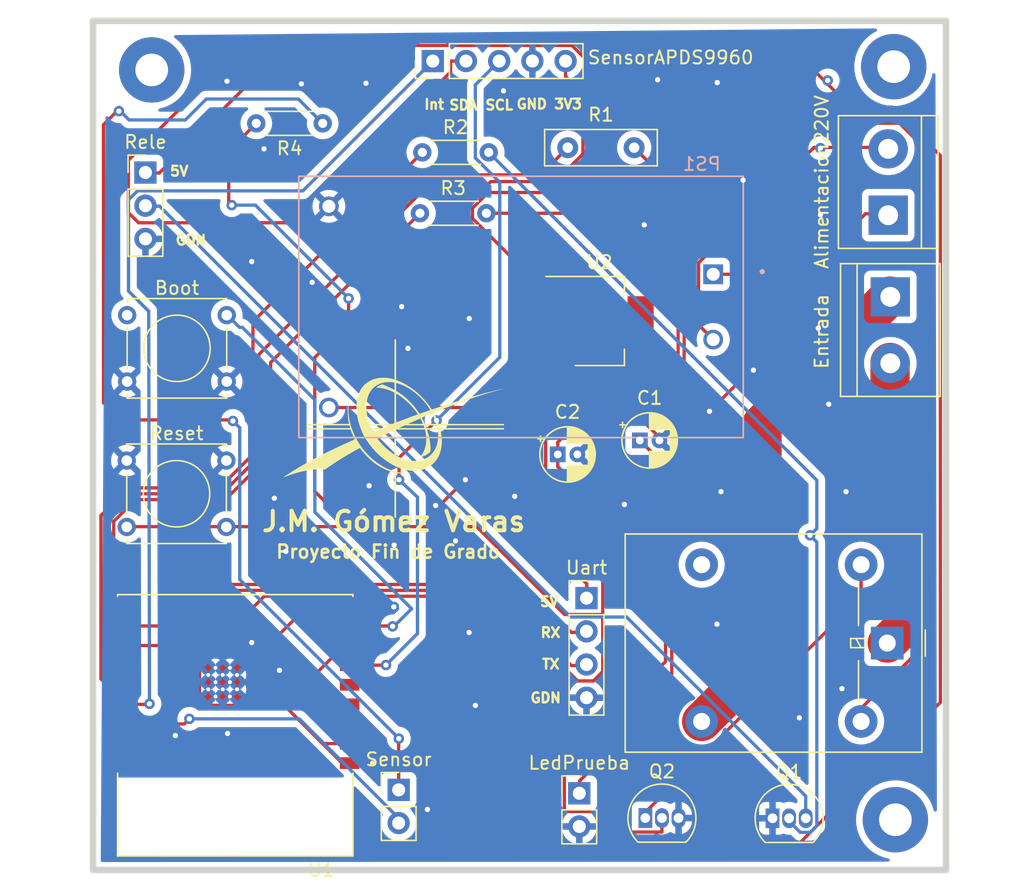
<source format=kicad_pcb>
(kicad_pcb (version 20221018) (generator pcbnew)
  (layers (0 "F.Cu" signal) (31 "B.Cu" signal) (34 "B.Paste" user) (35 "F.Paste" user) (36 "B.SilkS" user "B.Silkscreen") (37 "F.SilkS" user "F.Silkscreen") (38 "B.Mask" user) (39 "F.Mask" user) (44 "Edge.Cuts" user))
  (net 0 "")
  (net 1 "+5V")
  (net 2 "GND")
  (net 3 "AC")
  (net 4 "Earth")
  (net 5 "+3V3")
  (net 7 "ReD")
  (net 8 "SCL")
  (net 9 "SDA")
  (net 10 "INT")
  (net 11 "Net-(Entrada1-Pin_1)")
  (net 12 "Net-(Entrada1-Pin_2)")
  (net 13 "Net-(LedPrueba1-Pin_1)")
  (net 14 "E")
  (net 15 "Net-(Q1-B)")
  (net 16 "rele")
  (net 18 "Net-(Q2-C)")
  (net 19 "boot")
  (net 20 "Net-(Q2-B)")
  (net 21 "LP")
  (net 24 "Net-(U1-RXD)")
  (net 25 "Net-(U1-TXD)")
  (net 26 "Net-(Sensor1-Pin_1)")
  (net 29 "sen")
  (net 30 "Net-(Reset1-Pin_4)")
  (footprint "Connector_PinHeader_2.54mm:PinHeader_1x03_P2.54mm_Vertical" (layer "F.Cu") (at 178.76 96.61)
    (fp_text reference "Rele" (at 0 -2.33) (layer "F.SilkS"))
    (fp_text value "Conn_01x03")
    (pad "1" thru_hole rect (at 0 0) (size 1.7 1.7) (drill 1) (layers "*.Cu" "*.Mask") (net 1 "+5V"))
    (pad "2" thru_hole oval (at 0 2.54) (size 1.7 1.7) (drill 1) (layers "*.Cu" "*.Mask") (net 14 "E"))
    (pad "3" thru_hole oval (at 0 5.08) (size 1.7 1.7) (drill 1) (layers "*.Cu" "*.Mask") (net 2 "GND"))
  )
  (footprint "MountingHole:MountingHole_2.5mm_Pad" (layer "F.Cu") (at 179.24 88.76)
    (fp_text reference "REF3" hide)
    (fp_text value "MountingHole_2.5mm_Pad")
    (pad "1" thru_hole circle (at 0 0) (size 5 5) (drill 2.5) (layers "*.Cu" "*.Mask"))
  )
  (footprint "Package_TO_SOT_THT:TO-92_Inline" (layer "F.Cu") (at 217 146.02)
    (fp_text reference "Q2" (at 1.27 -3.56) (layer "F.SilkS"))
    (fp_text value "NPN")
    (pad "1" thru_hole rect (at 0 0) (size 1.05 1.5) (drill 0.75) (layers "*.Cu" "*.Mask") (net 18 "Net-(Q2-C)"))
    (pad "2" thru_hole oval (at 1.27 0) (size 1.05 1.5) (drill 0.75) (layers "*.Cu" "*.Mask") (net 20 "Net-(Q2-B)"))
    (pad "3" thru_hole oval (at 2.54 0) (size 1.05 1.5) (drill 0.75) (layers "*.Cu" "*.Mask") (net 2 "GND"))
  )
  (footprint "Resistor_THT:R_Axial_DIN0204_L3.6mm_D1.6mm_P5.08mm_Horizontal" (layer "F.Cu") (at 192.32 92.85 180)
    (fp_text reference "R4" (at 2.54 -1.92) (layer "F.SilkS"))
    (fp_text value "R_Small_US")
    (pad "1" thru_hole circle (at 0 0 180) (size 1.4 1.4) (drill 0.7) (layers "*.Cu" "*.Mask") (net 26 "Net-(Sensor1-Pin_1)"))
    (pad "2" thru_hole oval (at 5.08 0 180) (size 1.4 1.4) (drill 0.7) (layers "*.Cu" "*.Mask") (net 5 "+3V3"))
  )
  (footprint "Package_TO_SOT_SMD:SOT-223" (layer "F.Cu") (at 213.49 107.98)
    (fp_text reference "U2" (at 0 -4.5) (layer "F.SilkS"))
    (fp_text value "AZ1117-3.3")
    (pad "1" smd rect (at -3.15 -2.3) (size 2 1.5) (layers "F.Cu" "F.Paste" "F.Mask") (net 2 "GND"))
    (pad "2" smd rect (at -3.15 0) (size 2 1.5) (layers "F.Cu" "F.Paste" "F.Mask") (net 5 "+3V3"))
    (pad "3" smd rect (at -3.15 2.3) (size 2 1.5) (layers "F.Cu" "F.Paste" "F.Mask") (net 1 "+5V"))
    (pad "4" smd rect (at 3.15 0) (size 2 3.8) (layers "F.Cu" "F.Paste" "F.Mask"))
  )
  (footprint "Button_Switch_THT:SW_Tactile_Straight_KSL0Axx1LFTR" (layer "F.Cu") (at 177.33 118.66)
    (fp_text reference "Reset" (at 3.81 -2.08) (layer "F.SilkS"))
    (fp_text value "boton")
    (pad "1" thru_hole circle (at 0 0) (size 1.397 1.397) (drill 0.8128) (layers "*.Cu" "*.Mask") (net 2 "GND"))
    (pad "1" thru_hole circle (at 7.62 0) (size 1.397 1.397) (drill 0.8128) (layers "*.Cu" "*.Mask") (net 2 "GND"))
    (pad "2" thru_hole circle (at 0 5.08) (size 1.397 1.397) (drill 0.8128) (layers "*.Cu" "*.Mask") (net 5 "+3V3"))
    (pad "2" thru_hole circle (at 7.62 5.08) (size 1.397 1.397) (drill 0.8128) (layers "*.Cu" "*.Mask") (net 5 "+3V3"))
  )
  (footprint "Resistor_THT:R_Axial_DIN0204_L3.6mm_D1.6mm_P5.08mm_Horizontal" (layer "F.Cu") (at 199.76 99.73)
    (fp_text reference "R3" (at 2.54 -1.92) (layer "F.SilkS"))
    (fp_text value "R_Small_US")
    (pad "1" thru_hole circle (at 0 0) (size 1.4 1.4) (drill 0.7) (layers "*.Cu" "*.Mask") (net 16 "rele"))
    (pad "2" thru_hole oval (at 5.08 0) (size 1.4 1.4) (drill 0.7) (layers "*.Cu" "*.Mask") (net 20 "Net-(Q2-B)"))
  )
  (footprint "LibreriaTFG:MODULE_ESP32-C3-WROOM-02-H4" (layer "F.Cu") (at 185.63 138.92 180)
    (fp_text reference "U1" (at -6.575 -11.085) (layer "F.SilkS"))
    (fp_text value "ESP32-C3-WROOM-02-N4")
    (pad "1" smd rect (at -8.75 -2.9 180) (size 1.5 0.9) (layers "F.Cu" "F.Paste" "F.Mask") (net 5 "+3V3"))
    (pad "2" smd rect (at -8.75 -1.4 180) (size 1.5 0.9) (layers "F.Cu" "F.Paste" "F.Mask") (net 30 "Net-(Reset1-Pin_4)"))
    (pad "3" smd rect (at -8.75 0.1 180) (size 1.5 0.9) (layers "F.Cu" "F.Paste" "F.Mask"))
    (pad "4" smd rect (at -8.75 1.6 180) (size 1.5 0.9) (layers "F.Cu" "F.Paste" "F.Mask"))
    (pad "5" smd rect (at -8.75 3.1 180) (size 1.5 0.9) (layers "F.Cu" "F.Paste" "F.Mask") (net 9 "SDA"))
    (pad "6" smd rect (at -8.75 4.6 180) (size 1.5 0.9) (layers "F.Cu" "F.Paste" "F.Mask") (net 8 "SCL"))
    (pad "7" smd rect (at -8.75 6.1 180) (size 1.5 0.9) (layers "F.Cu" "F.Paste" "F.Mask") (net 5 "+3V3"))
    (pad "8" smd rect (at -8.75 7.6 180) (size 1.5 0.9) (layers "F.Cu" "F.Paste" "F.Mask") (net 19 "boot"))
    (pad "9" smd rect (at -8.75 9.1 180) (size 1.5 0.9) (layers "F.Cu" "F.Paste" "F.Mask") (net 2 "GND"))
    (pad "10" smd rect (at 8.75 9.1 180) (size 1.5 0.9) (layers "F.Cu" "F.Paste" "F.Mask") (net 16 "rele"))
    (pad "11" smd rect (at 8.75 7.6 180) (size 1.5 0.9) (layers "F.Cu" "F.Paste" "F.Mask") (net 24 "Net-(U1-RXD)"))
    (pad "12" smd rect (at 8.75 6.1 180) (size 1.5 0.9) (layers "F.Cu" "F.Paste" "F.Mask") (net 25 "Net-(U1-TXD)"))
    (pad "13" smd rect (at 8.75 4.6 180) (size 1.5 0.9) (layers "F.Cu" "F.Paste" "F.Mask") (net 21 "LP"))
    (pad "14" smd rect (at 8.75 3.1 180) (size 1.5 0.9) (layers "F.Cu" "F.Paste" "F.Mask") (net 7 "ReD"))
    (pad "15" smd rect (at 8.75 1.6 180) (size 1.5 0.9) (layers "F.Cu" "F.Paste" "F.Mask") (net 10 "INT"))
    (pad "16" smd rect (at 8.75 0.1 180) (size 1.5 0.9) (layers "F.Cu" "F.Paste" "F.Mask") (net 29 "sen"))
    (pad "17" smd rect (at 8.75 -1.4 180) (size 1.5 0.9) (layers "F.Cu" "F.Paste" "F.Mask"))
    (pad "18" smd rect (at 8.75 -2.9 180) (size 1.5 0.9) (layers "F.Cu" "F.Paste" "F.Mask"))
    (pad "19" smd rect (at -0.14 2.2 180) (size 0.7 0.7) (layers "F.Cu" "F.Paste" "F.Mask") (net 2 "GND"))
    (pad "20" smd rect (at 0.96 2.2 180) (size 0.7 0.7) (layers "F.Cu" "F.Paste" "F.Mask") (net 2 "GND"))
    (pad "21" smd rect (at 2.06 2.2 180) (size 0.7 0.7) (layers "F.Cu" "F.Paste" "F.Mask") (net 2 "GND"))
    (pad "22" smd rect (at -0.14 3.3 180) (size 0.7 0.7) (layers "F.Cu" "F.Paste" "F.Mask") (net 2 "GND"))
    (pad "23" smd rect (at 0.96 3.3 180) (size 0.7 0.7) (layers "F.Cu" "F.Paste" "F.Mask") (net 2 "GND"))
    (pad "24" smd rect (at 2.06 3.3 180) (size 0.7 0.7) (layers "F.Cu" "F.Paste" "F.Mask") (net 2 "GND"))
    (pad "25" smd rect (at -0.14 4.4 180) (size 0.7 0.7) (layers "F.Cu" "F.Paste" "F.Mask") (net 2 "GND"))
    (pad "26" smd rect (at 0.96 4.4 180) (size 0.7 0.7) (layers "F.Cu" "F.Paste" "F.Mask") (net 2 "GND"))
    (pad "27" smd rect (at 2.06 4.4 180) (size 0.7 0.7) (layers "F.Cu" "F.Paste" "F.Mask") (net 2 "GND"))
    (pad "28" thru_hole circle (at 0.41 2.2 180) (size 0.4 0.4) (drill 0.3) (layers "*.Cu") (net 2 "GND"))
    (pad "29" thru_hole circle (at 1.51 2.2 180) (size 0.4 0.4) (drill 0.3) (layers "*.Cu") (net 2 "GND"))
    (pad "30" thru_hole circle (at -0.14 2.75 180) (size 0.4 0.4) (drill 0.3) (layers "*.Cu") (net 2 "GND"))
    (pad "31" thru_hole circle (at 0.96 2.75 180) (size 0.4 0.4) (drill 0.3) (layers "*.Cu") (net 2 "GND"))
    (pad "32" thru_hole circle (at 2.06 2.75 180) (size 0.4 0.4) (drill 0.3) (layers "*.Cu") (net 2 "GND"))
    (pad "33" thru_hole circle (at 0.41 3.3 180) (size 0.4 0.4) (drill 0.3) (layers "*.Cu") (net 2 "GND"))
    (pad "34" thru_hole circle (at 1.51 3.3 180) (size 0.4 0.4) (drill 0.3) (layers "*.Cu") (net 2 "GND"))
    (pad "35" thru_hole circle (at -0.14 3.85 180) (size 0.4 0.4) (drill 0.3) (layers "*.Cu") (net 2 "GND"))
    (pad "36" thru_hole circle (at 0.96 3.85 180) (size 0.4 0.4) (drill 0.3) (layers "*.Cu") (net 2 "GND"))
    (pad "37" thru_hole circle (at 2.06 3.85 180) (size 0.4 0.4) (drill 0.3) (layers "*.Cu") (net 2 "GND"))
    (pad "38" thru_hole circle (at 0.41 4.4 180) (size 0.4 0.4) (drill 0.3) (layers "*.Cu") (net 2 "GND"))
    (pad "39" thru_hole circle (at 1.51 4.4 180) (size 0.4 0.4) (drill 0.3) (layers "*.Cu") (net 2 "GND"))
    (zone (net 0) (net_name "") (layer "B.Cu") (connect_pads (clearance 0)) (min_thickness 0.01)
      (keepout (tracks not_allowed) (vias not_allowed) (pads not_allowed) (copperpour not_allowed) (footprints allowed))
      (fill (thermal_gap 0.508) (thermal_bridge_width 0.508))
      (polygon (pts (xy 194.63 148.92) (xy 176.63 148.92) (xy 176.63 142.92) (xy 194.63 142.92)))
    )
  )
  (footprint "MountingHole:MountingHole_2.5mm_Pad" (layer "F.Cu") (at 236 88.51)
    (fp_text reference "REF3" hide)
    (fp_text value "MountingHole_2.5mm_Pad")
    (pad "1" thru_hole circle (at 0 0) (size 5 5) (drill 2.5) (layers "*.Cu" "*.Mask"))
  )
  (footprint "Button_Switch_THT:SW_Tactile_Straight_KSL0Axx1LFTR" (layer "F.Cu") (at 177.36 107.53)
    (fp_text reference "Boot" (at 3.81 -2.08) (layer "F.SilkS"))
    (fp_text value "boton")
    (pad "1" thru_hole circle (at 0 0) (size 1.397 1.397) (drill 0.8128) (layers "*.Cu" "*.Mask"))
    (pad "1" thru_hole circle (at 7.62 0) (size 1.397 1.397) (drill 0.8128) (layers "*.Cu" "*.Mask"))
    (pad "2" thru_hole circle (at 0 5.08) (size 1.397 1.397) (drill 0.8128) (layers "*.Cu" "*.Mask") (net 2 "GND"))
    (pad "2" thru_hole circle (at 7.62 5.08) (size 1.397 1.397) (drill 0.8128) (layers "*.Cu" "*.Mask") (net 2 "GND"))
  )
  (footprint "MountingHole:MountingHole_2.5mm_Pad" (layer "F.Cu") (at 236.13 146.15)
    (fp_text reference "REF3" hide)
    (fp_text value "MountingHole_2.5mm_Pad")
    (pad "1" thru_hole circle (at 0 0) (size 5 5) (drill 2.5) (layers "*.Cu" "*.Mask"))
  )
  (footprint "Connector_PinHeader_2.54mm:PinHeader_1x02_P2.54mm_Vertical" (layer "F.Cu") (at 211.95 144.125)
    (fp_text reference "LedPrueba" (at 0 -2.33) (layer "F.SilkS"))
    (fp_text value "Conn_01x02")
    (pad "1" thru_hole rect (at 0 0) (size 1.7 1.7) (drill 1) (layers "*.Cu" "*.Mask") (net 13 "Net-(LedPrueba1-Pin_1)"))
    (pad "2" thru_hole oval (at 0 2.54) (size 1.7 1.7) (drill 1) (layers "*.Cu" "*.Mask") (net 2 "GND"))
  )
  (footprint "Capacitor_THT:CP_Radial_D4.0mm_P1.50mm" (layer "F.Cu") (at 216.58 117.12)
    (fp_text reference "C1" (at 0.75 -3.25) (layer "F.SilkS"))
    (fp_text value "100uf")
    (pad "1" thru_hole rect (at 0 0) (size 1.2 1.2) (drill 0.6) (layers "*.Cu" "*.Mask") (net 1 "+5V"))
    (pad "2" thru_hole circle (at 1.5 0) (size 1.2 1.2) (drill 0.6) (layers "*.Cu" "*.Mask") (net 2 "GND"))
  )
  (footprint "TerminalBlock:TerminalBlock_bornier-2_P5.08mm" (layer "F.Cu") (at 235.58 99.88 90)
    (fp_text reference "Alimentacion220V" (at 2.54 -5.08 90) (layer "F.SilkS"))
    (fp_text value "Conn_01x02")
    (pad "1" thru_hole rect (at 0 0 90) (size 3 3) (drill 1.52) (layers "*.Cu" "*.Mask") (net 3 "AC"))
    (pad "2" thru_hole circle (at 5.08 0 90) (size 3 3) (drill 1.52) (layers "*.Cu" "*.Mask") (net 4 "Earth"))
  )
  (footprint "Resistor_THT:R_Axial_DIN0204_L3.6mm_D1.6mm_P5.08mm_Horizontal" (layer "F.Cu") (at 199.94 95.07)
    (fp_text reference "R2" (at 2.54 -1.92) (layer "F.SilkS"))
    (fp_text value "R_Small_US")
    (pad "1" thru_hole circle (at 0 0) (size 1.4 1.4) (drill 0.7) (layers "*.Cu" "*.Mask") (net 7 "ReD"))
    (pad "2" thru_hole oval (at 5.08 0) (size 1.4 1.4) (drill 0.7) (layers "*.Cu" "*.Mask") (net 15 "Net-(Q1-B)"))
  )
  (footprint "Package_TO_SOT_THT:TO-92_Inline" (layer "F.Cu") (at 226.73 146.04)
    (fp_text reference "Q1" (at 1.27 -3.56) (layer "F.SilkS"))
    (fp_text value "NPN")
    (pad "1" thru_hole rect (at 0 0) (size 1.05 1.5) (drill 0.75) (layers "*.Cu" "*.Mask") (net 2 "GND"))
    (pad "2" thru_hole oval (at 1.27 0) (size 1.05 1.5) (drill 0.75) (layers "*.Cu" "*.Mask") (net 15 "Net-(Q1-B)"))
    (pad "3" thru_hole oval (at 2.54 0) (size 1.05 1.5) (drill 0.75) (layers "*.Cu" "*.Mask") (net 14 "E"))
  )
  (footprint "Capacitor_THT:CP_Radial_D4.0mm_P1.50mm" (layer "F.Cu") (at 210.3 118.19)
    (fp_text reference "C2" (at 0.75 -3.25) (layer "F.SilkS"))
    (fp_text value "10uf")
    (pad "1" thru_hole rect (at 0 0) (size 1.2 1.2) (drill 0.6) (layers "*.Cu" "*.Mask") (net 5 "+3V3"))
    (pad "2" thru_hole circle (at 1.5 0) (size 1.2 1.2) (drill 0.6) (layers "*.Cu" "*.Mask") (net 2 "GND"))
  )
  (footprint "Connector_PinHeader_2.54mm:PinHeader_1x04_P2.54mm_Vertical" (layer "F.Cu") (at 212.5 129.19)
    (fp_text reference "Uart" (at 0 -2.33) (layer "F.SilkS"))
    (fp_text value "Conn_01x04")
    (pad "1" thru_hole rect (at 0 0) (size 1.7 1.7) (drill 1) (layers "*.Cu" "*.Mask") (net 1 "+5V"))
    (pad "2" thru_hole oval (at 0 2.54) (size 1.7 1.7) (drill 1) (layers "*.Cu" "*.Mask") (net 24 "Net-(U1-RXD)"))
    (pad "3" thru_hole oval (at 0 5.08) (size 1.7 1.7) (drill 1) (layers "*.Cu" "*.Mask") (net 25 "Net-(U1-TXD)"))
    (pad "4" thru_hole oval (at 0 7.62) (size 1.7 1.7) (drill 1) (layers "*.Cu" "*.Mask") (net 2 "GND"))
  )
  (footprint "TerminalBlock:TerminalBlock_bornier-2_P5.08mm" (layer "F.Cu") (at 235.74 106.13 -90)
    (fp_text reference "Entrada" (at 2.65 5.25 90) (layer "F.SilkS"))
    (fp_text value "Conn_01x02")
    (pad "1" thru_hole rect (at 0 0 270) (size 3 3) (drill 1.52) (layers "*.Cu" "*.Mask") (net 11 "Net-(Entrada1-Pin_1)"))
    (pad "2" thru_hole circle (at 5.08 0 270) (size 3 3) (drill 1.52) (layers "*.Cu" "*.Mask") (net 12 "Net-(Entrada1-Pin_2)"))
  )
  (footprint "Connector_PinHeader_2.54mm:PinHeader_1x02_P2.54mm_Vertical" (layer "F.Cu") (at 198.13 143.865)
    (fp_text reference "Sensor" (at 0 -2.33) (layer "F.SilkS"))
    (fp_text value "Conn_01x02")
    (pad "1" thru_hole rect (at 0 0) (size 1.7 1.7) (drill 1) (layers "*.Cu" "*.Mask") (net 26 "Net-(Sensor1-Pin_1)"))
    (pad "2" thru_hole oval (at 0 2.54) (size 1.7 1.7) (drill 1) (layers "*.Cu" "*.Mask") (net 29 "sen"))
  )
  (footprint "logo:logoetsisi17x13" (layer "F.Cu") (at 197.79 116.21)
    (fp_text reference "G***" hide)
    (fp_text value "LOGO" hide)
  )
  (footprint "Resistor_THT:R_Box_L8.4mm_W2.5mm_P5.08mm" (layer "F.Cu") (at 211.065 94.71)
    (fp_text reference "R1" (at 2.54 -2.52) (layer "F.SilkS"))
    (fp_text value "R_Small_US")
    (pad "1" thru_hole circle (at 0 0) (size 1.6 1.6) (drill 0.8) (layers "*.Cu" "*.Mask") (net 21 "LP"))
    (pad "2" thru_hole circle (at 5.08 0) (size 1.6 1.6) (drill 0.8) (layers "*.Cu" "*.Mask") (net 13 "Net-(LedPrueba1-Pin_1)"))
  )
  (footprint "Relay_THT:Relay_SPDT_Omron-G5LE-1" (layer "F.Cu") (at 235.5075 132.63 -90)
    (fp_text reference "Rele2" hide)
    (fp_text value "G5LE-1")
    (pad "1" thru_hole rect (at 0 0 270) (size 2.5 2.5) (drill 1.3) (layers "*.Cu" "*.Mask") (net 12 "Net-(Entrada1-Pin_2)"))
    (pad "2" thru_hole oval (at -6 2 270) (size 2.5 2.5) (drill 1.3) (layers "*.Cu" "*.Mask") (net 18 "Net-(Q2-C)"))
    (pad "3" thru_hole oval (at -6 14.2 270) (size 2.5 2.5) (drill 1.3) (layers "*.Cu" "*.Mask"))
    (pad "4" thru_hole oval (at 6 14.2 270) (size 2.5 2.5) (drill 1.3) (layers "*.Cu" "*.Mask") (net 11 "Net-(Entrada1-Pin_1)"))
    (pad "5" thru_hole oval (at 6 2 270) (size 2.5 2.5) (drill 1.3) (layers "*.Cu" "*.Mask") (net 1 "+5V"))
  )
  (footprint "Connector_PinHeader_2.54mm:PinHeader_1x05_P2.54mm_Vertical" (layer "F.Cu") (at 200.74 88.08 90)
    (fp_text reference "SensorAPDS9960" (at 0.27 18.2 180) (layer "F.SilkS"))
    (fp_text value "Conn_01x05")
    (pad "1" thru_hole rect (at 0 0 90) (size 1.7 1.7) (drill 1) (layers "*.Cu" "*.Mask") (net 10 "INT"))
    (pad "2" thru_hole oval (at 0 2.54 90) (size 1.7 1.7) (drill 1) (layers "*.Cu" "*.Mask") (net 9 "SDA"))
    (pad "3" thru_hole oval (at 0 5.08 90) (size 1.7 1.7) (drill 1) (layers "*.Cu" "*.Mask") (net 8 "SCL"))
    (pad "4" thru_hole oval (at 0 7.62 90) (size 1.7 1.7) (drill 1) (layers "*.Cu" "*.Mask") (net 2 "GND"))
    (pad "5" thru_hole oval (at 0 10.16 90) (size 1.7 1.7) (drill 1) (layers "*.Cu" "*.Mask") (net 5 "+3V3"))
  )
  (footprint "LibreriaTFG:CONV_HLK-PM01" (layer "B.Cu") (at 207.4924 106.9 180)
    (fp_text reference "PS1" (at -13.825 10.935) (layer "B.SilkS") (effects (justify mirror)))
    (fp_text value "HLK-PM01")
    (pad "1" thru_hole rect (at -14.7 2.5 180) (size 1.508 1.508) (drill 1) (layers "*.Cu" "*.Mask") (net 3 "AC"))
    (pad "2" thru_hole circle (at -14.7 -2.5 180) (size 1.508 1.508) (drill 1) (layers "*.Cu" "*.Mask") (net 4 "Earth"))
    (pad "3" thru_hole circle (at 14.7 7.7 180) (size 1.508 1.508) (drill 1) (layers "*.Cu" "*.Mask") (net 2 "GND"))
    (pad "4" thru_hole circle (at 14.7 -7.7 180) (size 1.508 1.508) (drill 1) (layers "*.Cu" "*.Mask") (net 1 "+5V"))
  )
  (gr_line (start 174.75 85) (end 240 85) (stroke (width 0.5)) (layer "Edge.Cuts"))
  (gr_line (start 240 150) (end 174.75 150) (stroke (width 0.5)) (layer "Edge.Cuts"))
  (gr_line (start 240 85) (end 240 150) (stroke (width 0.5)) (layer "Edge.Cuts"))
  (gr_line (start 174.75 150) (end 174.75 85) (stroke (width 0.5)) (layer "Edge.Cuts"))
  (gr_text "SCL" (at 204.66 91.89) (layer "F.SilkS") (effects (font (size 0.75 0.75) (thickness 0.1875) bold) (justify left bottom)))
  (gr_text "GND\n\n" (at 207.05 93.02) (layer "F.SilkS") (effects (font (size 0.75 0.75) (thickness 0.1875) bold) (justify left bottom)))
  (gr_text "TX" (at 209 134.68) (layer "F.SilkS") (effects (font (size 0.75 0.75) (thickness 0.1875) bold) (justify left bottom)))
  (gr_text "RX" (at 208.89 132.27) (layer "F.SilkS") (effects (font (size 0.75 0.75) (thickness 0.1875) bold) (justify left bottom)))
  (gr_text "3V3\n" (at 209.93 91.81) (layer "F.SilkS") (effects (font (size 0.75 0.75) (thickness 0.1875) bold) (justify left bottom)))
  (gr_text "GDN" (at 208.11 137.26) (layer "F.SilkS") (effects (font (size 0.75 0.75) (thickness 0.1875) bold) (justify left bottom)))
  (gr_text "5V" (at 180.54 96.95) (layer "F.SilkS") (effects (font (size 0.75 0.75) (thickness 0.1875) bold) (justify left bottom)))
  (gr_text "GDN" (at 180.97 102.23) (layer "F.SilkS") (effects (font (size 0.75 0.75) (thickness 0.1875) bold) (justify left bottom)))
  (gr_text "Int" (at 199.99 91.84) (layer "F.SilkS") (effects (font (size 0.75 0.75) (thickness 0.1875) bold) (justify left bottom)))
  (gr_text "J.M. Gómez Varas" (at 187.52 124.2) (layer "F.SilkS") (effects (font (size 1.5 1.5) (thickness 0.3) bold) (justify left bottom)))
  (gr_text "Proyecto Fin de Grado" (at 188.65 126.22) (layer "F.SilkS") (effects (font (size 1 1) (thickness 0.2) bold) (justify left bottom)))
  (gr_text "SDA" (at 201.9 91.89) (layer "F.SilkS") (effects (font (size 0.75 0.75) (thickness 0.1875) bold) (justify left bottom)))
  (gr_text "5V" (at 208.85 129.9) (layer "F.SilkS") (effects (font (size 0.75 0.75) (thickness 0.1875) bold) (justify left bottom)))
  (segment (start 203.777 99.3419) (end 204.9769 98.142) (width 0.25) (layer "F.Cu") (net 1))
  (segment (start 236.437 92.8369) (end 213.1249 92.8369) (width 0.25) (layer "F.Cu") (net 1))
  (segment (start 233.5075 138.63) (end 233.5075 137.626) (width 0.25) (layer "F.Cu") (net 1))
  (segment (start 207.5148 114.6) (end 209.3748 116.46) (width 0.25) (layer "F.Cu") (net 1))
  (segment (start 192.8 114.6) (end 207.5148 114.6) (width 0.25) (layer "F.Cu") (net 1))
  (segment (start 212.52 129.27) (end 212.52 128.0949) (width 0.25) (layer "F.Cu") (net 1))
  (segment (start 218.5643 118.0504) (end 219.0197 117.595) (width 0.25) (layer "F.Cu") (net 1))
  (segment (start 213.1249 88.6288) (end 213.1249 92.8369) (width 0.25) (layer "F.Cu") (net 1))
  (segment (start 189.5781 86.887) (end 211.3831 86.887) (width 0.25) (layer "F.Cu") (net 1))
  (segment (start 214.2475 109.651) (end 214.2475 107.368) (width 0.25) (layer "F.Cu") (net 1))
  (segment (start 178.64 96.65) (end 179.8151 96.65) (width 0.25) (layer "F.Cu") (net 1))
  (segment (start 208.9608 109.4383) (end 208.9608 104.6048) (width 0.25) (layer "F.Cu") (net 1))
  (segment (start 204.9769 98.142) (end 209.9573 98.142) (width 0.25) (layer "F.Cu") (net 1))
  (segment (start 214.2475 107.368) (end 211.4843 104.6048) (width 0.25) (layer "F.Cu") (net 1))
  (segment (start 210.34 110.8175) (end 210.34 111.3551) (width 0.25) (layer "F.Cu") (net 1))
  (segment (start 213.1249 94.9744) (end 213.1249 92.8369) (width 0.25) (layer "F.Cu") (net 1))
  (segment (start 239.0714 95.4713) (end 236.437 92.8369) (width 0.25) (layer "F.Cu") (net 1))
  (segment (start 211.3831 86.887) (end 213.1249 88.6288) (width 0.25) (layer "F.Cu") (net 1))
  (segment (start 219.0197 114.4232) (end 214.2475 109.651) (width 0.25) (layer "F.Cu") (net 1))
  (segment (start 233.5075 137.626) (end 239.0714 132.0621) (width 0.25) (layer "F.Cu") (net 1))
  (segment (start 208.9608 104.6048) (end 208.2556 104.6048) (width 0.25) (layer "F.Cu") (net 1))
  (segment (start 208.2556 104.6048) (end 203.777 100.1262) (width 0.25) (layer "F.Cu") (net 1))
  (segment (start 209.3748 114.6) (end 209.3748 116.46) (width 0.25) (layer "F.Cu") (net 1))
  (segment (start 209.3748 112.3203) (end 210.34 111.3551) (width 0.25) (layer "F.Cu") (net 1))
  (segment (start 219.0197 117.595) (end 219.0197 114.4232) (width 0.25) (layer "F.Cu") (net 1))
  (segment (start 210.34 110.28) (end 210.34 110.8175) (width 0.25) (layer "F.Cu") (net 1))
  (segment (start 211.4843 104.6048) (end 208.9608 104.6048) (width 0.25) (layer "F.Cu") (net 1))
  (segment (start 216.58 117.12) (end 217.5104 118.0504) (width 0.25) (layer "F.Cu") (net 1))
  (segment (start 209.3748 114.6) (end 209.3748 112.3203) (width 0.25) (layer "F.Cu") (net 1))
  (segment (start 209.3748 116.46) (end 209.3748 124.9497) (width 0.25) (layer "F.Cu") (net 1))
  (segment (start 209.3748 124.9497) (end 212.52 128.0949) (width 0.25) (layer "F.Cu") (net 1))
  (segment (start 239.0714 132.0621) (end 239.0714 95.4713) (width 0.25) (layer "F.Cu") (net 1))
  (segment (start 217.5104 118.0504) (end 218.5643 118.0504) (width 0.25) (layer "F.Cu") (net 1))
  (segment (start 203.777 100.1262) (end 203.777 99.3419) (width 0.25) (layer "F.Cu") (net 1))
  (segment (start 210.34 110.8175) (end 208.9608 109.4383) (width 0.25) (layer "F.Cu") (net 1))
  (segment (start 209.9573 98.142) (end 213.1249 94.9744) (width 0.25) (layer "F.Cu") (net 1))
  (segment (start 179.8151 96.65) (end 189.5781 86.887) (width 0.25) (layer "F.Cu") (net 1))
  (segment (start 184.67 136.72) (end 185.22 136.72) (width 0.25) (layer "F.Cu") (net 2))
  (segment (start 185.22 135.62) (end 184.67 135.62) (width 0.25) (layer "F.Cu") (net 2))
  (segment (start 197.76 129.86) (end 197.72 129.82) (width 0.25) (layer "F.Cu") (net 2))
  (segment (start 183.57 136.17) (end 183.57 136.72) (width 0.25) (layer "F.Cu") (net 2))
  (segment (start 213.7973 112.606) (end 218.08 116.8887) (width 0.25) (layer "F.Cu") (net 2))
  (segment (start 185.77 136.17) (end 185.77 135.62) (width 0.25) (layer "F.Cu") (net 2))
  (segment (start 197.8 129.82) (end 197.76 129.86) (width 0.25) (layer "F.Cu") (net 2))
  (segment (start 185.22 136.72) (end 185.77 136.72) (width 0.25) (layer "F.Cu") (net 2))
  (segment (start 210.34 105.68) (end 213.7973 109.1373) (width 0.25) (layer "F.Cu") (net 2))
  (segment (start 219.54 146.02) (end 219.7526 146.02) (width 0.25) (layer "F.Cu") (net 2))
  (segment (start 186.4451 134.52) (end 191.1451 129.82) (width 0.25) (layer "F.Cu") (net 2))
  (segment (start 218.08 116.8887) (end 218.08 117.12) (width 0.25) (layer "F.Cu") (net 2))
  (segment (start 185.77 136.72) (end 185.77 136.17) (width 0.25) (layer "F.Cu") (net 2))
  (segment (start 183.57 135.07) (end 183.57 134.52) (width 0.25) (layer "F.Cu") (net 2))
  (segment (start 183.57 135.62) (end 184.12 135.62) (width 0.25) (layer "F.Cu") (net 2))
  (segment (start 185.77 135.62) (end 185.22 135.62) (width 0.25) (layer "F.Cu") (net 2))
  (segment (start 184.12 134.52) (end 183.57 134.52) (width 0.25) (layer "F.Cu") (net 2))
  (segment (start 207.7725 88.08) (end 208.36 88.08) (width 0.25) (layer "F.Cu") (net 2))
  (segment (start 219.7526 146.2587) (end 219.7526 146.02) (width 0.25) (layer "F.Cu") (net 2))
  (segment (start 184.67 134.52) (end 184.12 134.52) (width 0.25) (layer "F.Cu") (net 2))
  (segment (start 212.52 136.89) (end 212.355 136.89) (width 0.25) (layer "F.Cu") (net 2))
  (segment (start 184.67 136.17) (end 184.67 136.72) (width 0.25) (layer "F.Cu") (net 2))
  (segment (start 212.0111 146.885) (end 211.98 146.885) (width 0.25) (layer "F.Cu") (net 2))
  (segment (start 200.96 122.1) (end 201.26 122.1) (width 0.25) (layer "F.Cu") (net 2))
  (segment (start 184.12 135.62) (end 184.67 135.62) (width 0.25) (layer "F.Cu") (net 2))
  (segment (start 185.22 134.52) (end 184.67 134.52) (width 0.25) (layer "F.Cu") (net 2))
  (segment (start 225.27 111.74) (end 225.06 111.74) (width 0.25) (layer "F.Cu") (net 2))
  (segment (start 184.67 135.07) (end 184.67 134.52) (width 0.25) (layer "F.Cu") (net 2))
  (segment (start 197.72 129.82) (end 194.38 129.82) (width 0.25) (layer "F.Cu") (net 2))
  (segment (start 201.26 122.1) (end 203.23 120.13) (width 0.25) (layer "F.Cu") (net 2))
  (segment (start 185.77 134.52) (end 185.22 134.52) (width 0.25) (layer "F.Cu") (net 2))
  (segment (start 185.77 134.52) (end 185.77 135.07) (width 0.25) (layer "F.Cu") (net 2))
  (segment (start 191.1451 129.82) (end 194.38 129.82) (width 0.25) (layer "F.Cu") (net 2))
  (segment (start 225.06 111.74) (end 221.91 114.89) (width 0.25) (layer "F.Cu") (net 2))
  (segment (start 184.12 136.72) (end 184.67 136.72) (width 0.25) (layer "F.Cu") (net 2))
  (segment (start 185.77 135.07) (end 185.77 135.62) (width 0.25) (layer "F.Cu") (net 2))
  (segment (start 213.7973 109.1373) (end 213.7973 112.606) (width 0.25) (layer "F.Cu") (net 2))
  (segment (start 185.77 134.52) (end 186.4451 134.52) (width 0.25) (layer "F.Cu") (net 2))
  (segment (start 183.57 136.72) (end 184.12 136.72) (width 0.25) (layer "F.Cu") (net 2))
  (via (at 202.48 124.81) (size 0.8) (drill 0.4) (layers "F.Cu" "B.Cu") (net 2))
  (via (at 230.23 108.53) (size 0.8) (drill 0.4) (layers "F.Cu" "B.Cu") (net 2))
  (via (at 186.89 132.59) (size 0.8) (drill 0.4) (layers "F.Cu" "B.Cu") (net 2))
  (via (at 232.35 121.04) (size 0.8) (drill 0.4) (layers "F.Cu" "B.Cu") (net 2))
  (via (at 203.52 131.82) (size 0.8) (drill 0.4) (layers "F.Cu" "B.Cu") (net 2))
  (via (at 195.87 120.59) (size 0.8) (drill 0.4) (layers "F.Cu" "B.Cu") (net 2))
  (via (at 181.05 139.71) (size 0.8) (drill 0.4) (layers "F.Cu" "B.Cu") (net 2))
  (via (at 197.76 129.86) (size 0.8) (drill 0.4) (layers "F.Cu" "B.Cu") (net 2))
  (via (at 225.27 111.74) (size 0.8) (drill 0.4) (layers "F.Cu" "B.Cu") (net 2))
  (via (at 228.78 138.35) (size 0.8) (drill 0.4) (layers "F.Cu" "B.Cu") (net 2))
  (via (at 215.4 122.02) (size 0.8) (drill 0.4) (layers "F.Cu" "B.Cu") (net 2))
  (via (at 198.84 110.07) (size 0.8) (drill 0.4) (layers "F.Cu" "B.Cu") (net 2))
  (via (at 230.39 99.85) (size 0.8) (drill 0.4) (layers "F.Cu" "B.Cu") (net 2))
  (via (at 187.83 94.8) (size 0.8) (drill 0.4) (layers "F.Cu" "B.Cu") (net 2))
  (via (at 189.01 134.72) (size 0.8) (drill 0.4) (layers "F.Cu" "B.Cu") (net 2))
  (via (at 189.5 125.61) (size 0.8) (drill 0.4) (layers "F.Cu" "B.Cu") (net 2))
  (via (at 200.33 145.36) (size 0.8) (drill 0.4) (layers "F.Cu" "B.Cu") (net 2))
  (via (at 221.91 114.89) (size 0.8) (drill 0.4) (layers "F.Cu" "B.Cu") (net 2))
  (via (at 198.36 106.88) (size 0.8) (drill 0.4) (layers "F.Cu" "B.Cu") (net 2))
  (via (at 188.62 121.54) (size 0.8) (drill 0.4) (layers "F.Cu" "B.Cu") (net 2))
  (via (at 224.48 97.2) (size 0.8) (drill 0.4) (layers "F.Cu" "B.Cu") (net 2))
  (via (at 232.04 136.12) (size 0.8) (drill 0.4) (layers "F.Cu" "B.Cu") (net 2))
  (via (at 222.5 89.73) (size 0.8) (drill 0.4) (layers "F.Cu" "B.Cu") (net 2))
  (via (at 217.94 89.51) (size 0.8) (drill 0.4) (layers "F.Cu" "B.Cu") (net 2))
  (via (at 190.69 89.83) (size 0.8) (drill 0.4) (layers "F.Cu" "B.Cu") (net 2))
  (via (at 185.04 139.55) (size 0.8) (drill 0.4) (layers "F.Cu" "B.Cu") (net 2))
  (via (at 206.15 90.36) (size 0.8) (drill 0.4) (layers "F.Cu" "B.Cu") (net 2))
  (via (at 195.63 89.78) (size 0.8) (drill 0.4) (layers "F.Cu" "B.Cu") (net 2))
  (via (at 203.53 107.79) (size 0.8) (drill 0.4) (layers "F.Cu" "B.Cu") (net 2))
  (via (at 204 137.4) (size 0.8) (drill 0.4) (layers "F.Cu" "B.Cu") (net 2))
  (via (at 197.78 125.13) (size 0.8) (drill 0.4) (layers "F.Cu" "B.Cu") (net 2))
  (via (at 203.23 120.13) (size 0.8) (drill 0.4) (layers "F.Cu" "B.Cu") (net 2))
  (via (at 207.01 121.4) (size 0.8) (drill 0.4) (layers "F.Cu" "B.Cu") (net 2))
  (via (at 231.03 114.35) (size 0.8) (drill 0.4) (layers "F.Cu" "B.Cu") (net 2))
  (via (at 222.48 131.18) (size 0.8) (drill 0.4) (layers "F.Cu" "B.Cu") (net 2))
  (via (at 186.89 103.43) (size 0.8) (drill 0.4) (layers "F.Cu" "B.Cu") (net 2))
  (via (at 222.79 121.04) (size 0.8) (drill 0.4) (layers "F.Cu" "B.Cu") (net 2))
  (via (at 200.96 122.1) (size 0.8) (drill 0.4) (layers "F.Cu" "B.Cu") (net 2))
  (via (at 191.51 105.02) (size 0.8) (drill 0.4) (layers "F.Cu" "B.Cu") (net 2))
  (via (at 216.92 100.62) (size 0.8) (drill 0.4) (layers "F.Cu" "B.Cu") (net 2))
  (via (at 185 89.62) (size 0.8) (drill 0.4) (layers "F.Cu" "B.Cu") (net 2))
  (segment (start 235.67 99.77) (end 233.8449 99.77) (width 0.25) (layer "F.Cu") (net 3))
  (segment (start 233.8449 99.77) (end 229.2149 104.4) (width 0.25) (layer "F.Cu") (net 3))
  (segment (start 229.2149 104.4) (end 222.2 104.4) (width 0.25) (layer "F.Cu") (net 3))
  (segment (start 221.0717 103.5252) (end 229.9069 94.69) (width 0.25) (layer "F.Cu") (net 4))
  (segment (start 230.33 94.69) (end 230.39 94.75) (width 0.25) (layer "F.Cu") (net 4))
  (segment (start 221.0717 108.2717) (end 221.0717 103.5252) (width 0.25) (layer "F.Cu") (net 4))
  (segment (start 222.2 109.4) (end 221.0717 108.2717) (width 0.25) (layer "F.Cu") (net 4))
  (segment (start 230.45 94.69) (end 235.67 94.69) (width 0.25) (layer "F.Cu") (net 4))
  (segment (start 230.39 94.75) (end 230.45 94.69) (width 0.25) (layer "F.Cu") (net 4))
  (segment (start 229.9069 94.69) (end 230.33 94.69) (width 0.25) (layer "F.Cu") (net 4))
  (via (at 230.39 94.75) (size 0.8) (drill 0.4) (layers "F.Cu" "B.Cu") (net 4))
  (segment (start 205.338 129.0444) (end 187.8518 129.0444) (width 0.25) (layer "F.Cu") (net 5))
  (segment (start 210.9 89.2551) (end 212.2244 90.5795) (width 0.25) (layer "F.Cu") (net 5))
  (segment (start 213.741 122.5561) (end 213.741 130.4452) (width 0.25) (layer "F.Cu") (net 5))
  (segment (start 194.38 141.82) (end 193.8048 141.82) (width 0.25) (layer "F.Cu") (net 5))
  (segment (start 191.7131 123.72) (end 194.5 123.72) (width 0.25) (layer "F.Cu") (net 5))
  (segment (start 210.3 119.1151) (end 213.741 122.5561) (width 0.25) (layer "F.Cu") (net 5))
  (segment (start 212.2244 95.1915) (end 210.1079 97.308) (width 0.25) (layer "F.Cu") (net 5))
  (segment (start 191.7131 110.7692) (end 191.7131 121.02) (width 0.25) (layer "F.Cu") (net 5))
  (segment (start 204.0964 123.72) (end 210.8216 130.4452) (width 0.25) (layer "F.Cu") (net 5))
  (segment (start 194.22115 108.26115) (end 191.7131 110.7692) (width 0.25) (layer "F.Cu") (net 5))
  (segment (start 185.36 99.11) (end 185.14 99.12) (width 0.25) (layer "F.Cu") (net 5))
  (segment (start 185.01 123.72) (end 191.7131 123.72) (width 0.25) (layer "F.Cu") (net 5))
  (segment (start 213.741 134.8051) (end 213.0209 135.5252) (width 0.25) (layer "F.Cu") (net 5))
  (segment (start 210.34 107.98) (end 211.6944 109.3344) (width 0.25) (layer "F.Cu") (net 5))
  (segment (start 212.2244 90.5795) (end 212.2244 95.1915) (width 0.25) (layer "F.Cu") (net 5))
  (segment (start 213.0209 135.5252) (end 211.8188 135.5252) (width 0.25) (layer "F.Cu") (net 5))
  (segment (start 192.3048 140.32) (end 191.4324 139.4476) (width 0.25) (layer "F.Cu") (net 5))
  (segment (start 211.8188 135.5252) (end 205.338 129.0444) (width 0.25) (layer "F.Cu") (net 5))
  (segment (start 194.3 108.1823) (end 194.22115 108.26115) (width 0.25) (layer "F.Cu") (net 5))
  (segment (start 210.3 118.19) (end 210.3 119.1151) (width 0.25) (layer "F.Cu") (net 5))
  (segment (start 193.9552 132.82) (end 189.38 137.3952) (width 0.25) (layer "F.Cu") (net 5))
  (segment (start 211.6944 115.8705) (end 210.3 117.2649) (width 0.25) (layer "F.Cu") (net 5))
  (segment (start 185.13 99.11) (end 185.36 99.11) (width 0.25) (layer "F.Cu") (net 5))
  (segment (start 210.9 88.08) (end 210.9 89.2551) (width 0.25) (layer "F.Cu") (net 5))
  (segment (start 177.39 123.72) (end 185.01 123.72) (width 0.25) (layer "F.Cu") (net 5))
  (segment (start 194.38 140.32) (end 192.3048 140.32) (width 0.25) (layer "F.Cu") (net 5))
  (segment (start 194.3 106.25) (end 194.3 108.1823) (width 0.25) (layer "F.Cu") (net 5))
  (segment (start 193.955 132.82) (end 194.38 132.82) (width 0.25) (layer "F.Cu") (net 5))
  (segment (start 185.13 94.96) (end 185.13 96.66) (width 0.25) (layer "F.Cu") (net 5))
  (segment (start 185.13 96.66) (end 185.13 99.11) (width 0.25) (layer "F.Cu") (net 5))
  (segment (start 191.4324 139.4476) (end 189.38 137.3952) (width 0.25) (layer "F.Cu") (net 5))
  (segment (start 187.24 92.85) (end 185.13 94.96) (width 0.25) (layer "F.Cu") (net 5))
  (segment (start 210.8216 130.4452) (end 213.741 130.4452) (width 0.25) (layer "F.Cu") (net 5))
  (segment (start 213.741 130.4452) (end 213.741 134.8051) (width 0.25) (layer "F.Cu") (net 5))
  (segment (start 205.1743 97.308) (end 194.22115 108.26115) (width 0.25) (layer "F.Cu") (net 5))
  (segment (start 194.38 132.82) (end 193.9552 132.82) (width 0.25) (layer "F.Cu") (net 5))
  (segment (start 193.8048 141.82) (end 191.4324 139.4476) (width 0.25) (layer "F.Cu") (net 5))
  (segment (start 194.4131 123.72) (end 191.7131 121.02) (width 0.25) (layer "F.Cu") (net 5))
  (segment (start 210.1079 97.308) (end 205.1743 97.308) (width 0.25) (layer "F.Cu") (net 5))
  (segment (start 194.5 123.72) (end 204.0964 123.72) (width 0.25) (layer "F.Cu") (net 5))
  (segment (start 182.9987 137.3952) (end 189.38 137.3952) (width 0.25) (layer "F.Cu") (net 5))
  (segment (start 185.13 96.66) (end 185.13 96.81) (width 0.25) (layer "F.Cu") (net 5))
  (segment (start 194.5 123.72) (end 194.4131 123.72) (width 0.25) (layer "F.Cu") (net 5))
  (segment (start 187.8518 129.0444) (end 182.8948 134.0014) (width 0.25) (layer "F.Cu") (net 5))
  (segment (start 182.8948 134.0014) (end 182.8948 137.2913) (width 0.25) (layer "F.Cu") (net 5))
  (segment (start 211.6944 109.3344) (end 211.6944 115.8705) (width 0.25) (layer "F.Cu") (net 5))
  (segment (start 182.8948 137.2913) (end 182.9987 137.3952) (width 0.25) (layer "F.Cu") (net 5))
  (segment (start 210.3 117.2649) (end 210.3 118.19) (width 0.25) (layer "F.Cu") (net 5))
  (via (at 194.3 106.25) (size 0.8) (drill 0.4) (layers "F.Cu" "B.Cu") (net 5))
  (via (at 185.36 99.11) (size 0.8) (drill 0.4) (layers "F.Cu" "B.Cu") (net 5))
  (segment (start 194.31 106.25) (end 194.255 106.195) (width 0.25) (layer "B.Cu") (net 5))
  (segment (start 194.3 106.25) (end 194.31 106.25) (width 0.25) (layer "B.Cu") (net 5))
  (segment (start 185.36 99.11) (end 187.17 99.11) (width 0.25) (layer "B.Cu") (net 5))
  (segment (start 187.17 99.11) (end 194.3 106.24) (width 0.25) (layer "B.Cu") (net 5))
  (segment (start 194.3 106.24) (end 194.3 106.25) (width 0.25) (layer "B.Cu") (net 5))
  (segment (start 175.3547 122.8691) (end 177.4724 120.7514) (width 0.25) (layer "F.Cu") (net 7))
  (segment (start 175.8049 135.82) (end 175.3547 135.3698) (width 0.25) (layer "F.Cu") (net 7))
  (segment (start 175.3547 135.3698) (end 175.3547 122.8691) (width 0.25) (layer "F.Cu") (net 7))
  (segment (start 177.4724 120.7514) (end 184.4126 120.7514) (width 0.25) (layer "F.Cu") (net 7))
  (segment (start 184.4126 120.7514) (end 186.9859 118.1781) (width 0.25) (layer "F.Cu") (net 7))
  (segment (start 176.88 135.82) (end 175.8049 135.82) (width 0.25) (layer "F.Cu") (net 7))
  (segment (start 186.9859 108.0241) (end 199.94 95.07) (width 0.25) (layer "F.Cu") (net 7))
  (segment (start 186.9859 118.1781) (end 186.9859 108.0241) (width 0.25) (layer "F.Cu") (net 7))
  (segment (start 197.16 134.35) (end 197.16 134.35) (width 0.25) (layer "F.Cu") (net 8))
  (segment (start 197.12 134.31) (end 197.16 134.31) (width 0.25) (layer "F.Cu") (net 8))
  (segment (start 198.16 120.13) (end 198.16 118.45) (width 0.25) (layer "F.Cu") (net 8))
  (segment (start 201.03 115.59) (end 200.79 115.82) (width 0.25) (layer "F.Cu") (net 8))
  (segment (start 198.16 118.45) (end 201.03 115.59) (width 0.25) (layer "F.Cu") (net 8))
  (segment (start 197.13 134.32) (end 197.12 134.31) (width 0.25) (layer "F.Cu") (net 8))
  (segment (start 197.16 134.31) (end 197.16 134.35) (width 0.25) (layer "F.Cu") (net 8))
  (segment (start 194.38 134.32) (end 197.13 134.32) (width 0.25) (layer "F.Cu") (net 8))
  (via (at 201.03 115.59) (size 0.8) (drill 0.4) (layers "F.Cu" "B.Cu") (net 8))
  (via (at 197.16 134.31) (size 0.8) (drill 0.4) (layers "F.Cu" "B.Cu") (net 8))
  (via (at 198.16 120.13) (size 0.8) (drill 0.4) (layers "F.Cu" "B.Cu") (net 8))
  (segment (start 197.16 134.31) (end 199.57 131.9) (width 0.25) (layer "B.Cu") (net 8))
  (segment (start 199.57 131.9) (end 199.57 121.46) (width 0.25) (layer "B.Cu") (net 8))
  (segment (start 205.865 110.755) (end 205.865 97.364569) (width 0.25) (layer "B.Cu") (net 8))
  (segment (start 201.03 115.59) (end 205.865 110.755) (width 0.25) (layer "B.Cu") (net 8))
  (segment (start 198.16 120.13) (end 198.32 120.21) (width 0.25) (layer "B.Cu") (net 8))
  (segment (start 199.57 121.46) (end 198.16 120.13) (width 0.25) (layer "B.Cu") (net 8))
  (segment (start 205.865 97.364569) (end 203.995 95.494569) (width 0.25) (layer "B.Cu") (net 8))
  (segment (start 203.995 95.494569) (end 203.995 89.905) (width 0.25) (layer "B.Cu") (net 8))
  (segment (start 203.995 89.905) (end 205.82 88.08) (width 0.25) (layer "B.Cu") (net 8))
  (segment (start 197.0703 135.82) (end 209.334 148.0837) (width 0.25) (layer "F.Cu") (net 9))
  (segment (start 178.238 100.46) (end 189.4814 100.46) (width 0.25) (layer "F.Cu") (net 9))
  (segment (start 230.95 89.57) (end 230.6766 89.57) (width 0.25) (layer "F.Cu") (net 9))
  (segment (start 228.6574 148.0837) (end 239.571 137.1701) (width 0.25) (layer "F.Cu") (net 9))
  (segment (start 232.7111 91.6045) (end 230.95 89.8434) (width 0.25) (layer "F.Cu") (net 9))
  (segment (start 194.38 135.82) (end 197.0703 135.82) (width 0.25) (layer "F.Cu") (net 9))
  (segment (start 239.571 95.312) (end 235.8635 91.6045) (width 0.25) (layer "F.Cu") (net 9))
  (segment (start 239.571 137.1701) (end 239.571 95.312) (width 0.25) (layer "F.Cu") (net 9))
  (segment (start 209.334 148.0837) (end 228.6574 148.0837) (width 0.25) (layer "F.Cu") (net 9))
  (segment (start 202.1049 88.911) (end 202.1049 88.08) (width 0.25) (layer "F.Cu") (net 9))
  (segment (start 186.7139 86.41) (end 177.4544 95.6695) (width 0.25) (layer "F.Cu") (net 9))
  (segment (start 189.4814 100.46) (end 200.1083 89.8331) (width 0.25) (layer "F.Cu") (net 9))
  (segment (start 177.4544 95.6695) (end 177.4544 99.6764) (width 0.25) (layer "F.Cu") (net 9))
  (segment (start 230.6766 89.57) (end 227.5166 86.41) (width 0.25) (layer "F.Cu") (net 9))
  (segment (start 235.8635 91.6045) (end 232.7111 91.6045) (width 0.25) (layer "F.Cu") (net 9))
  (segment (start 200.1083 89.8331) (end 201.1828 89.8331) (width 0.25) (layer "F.Cu") (net 9))
  (segment (start 227.5166 86.41) (end 186.7139 86.41) (width 0.25) (layer "F.Cu") (net 9))
  (segment (start 203.28 88.08) (end 202.1049 88.08) (width 0.25) (layer "F.Cu") (net 9))
  (segment (start 230.95 89.8434) (end 230.95 89.57) (width 0.25) (layer "F.Cu") (net 9))
  (segment (start 201.1828 89.8331) (end 202.1049 88.911) (width 0.25) (layer "F.Cu") (net 9))
  (segment (start 177.4544 99.6764) (end 178.238 100.46) (width 0.25) (layer "F.Cu") (net 9))
  (via (at 230.95 89.57) (size 0.8) (drill 0.4) (layers "F.Cu" "B.Cu") (net 9))
  (segment (start 176.88 137.32) (end 179.03 137.32) (width 0.25) (layer "F.Cu") (net 10))
  (segment (start 179.03 137.32) (end 179.07 137.28) (width 0.25) (layer "F.Cu") (net 10))
  (via (at 179.07 137.28) (size 0.8) (drill 0.4) (layers "F.Cu" "B.Cu") (net 10))
  (segment (start 179.07 137.28) (end 179.01 137.28) (width 0.25) (layer "B.Cu") (net 10))
  (segment (start 200.74 88.08) (end 190.805 98.015) (width 0.25) (layer "B.Cu") (net 10))
  (segment (start 177.465 105.685) (end 179.01 107.23) (width 0.25) (layer "B.Cu") (net 10))
  (segment (start 177.465 98.703299) (end 177.465 105.685) (width 0.25) (layer "B.Cu") (net 10))
  (segment (start 179.01 107.23) (end 179.07 137.28) (width 0.25) (layer "B.Cu") (net 10))
  (segment (start 190.805 98.015) (end 178.153299 98.015) (width 0.25) (layer "B.Cu") (net 10))
  (segment (start 178.153299 98.015) (end 177.465 98.703299) (width 0.25) (layer "B.Cu") (net 10))
  (segment (start 225.928 134.01) (end 225.928 115.862) (width 3) (layer "F.Cu") (net 11))
  (segment (start 221.3075 138.63) (end 222.8826 138.63) (width 0.25) (layer "F.Cu") (net 11))
  (segment (start 225.928 115.862) (end 235.72 106.07) (width 3) (layer "F.Cu") (net 11))
  (segment (start 222.8826 137.0554) (end 222.8826 138.63) (width 0.25) (layer "F.Cu") (net 11))
  (segment (start 222.8826 137.0554) (end 225.928 134.01) (width 3) (layer "F.Cu") (net 11))
  (segment (start 221.308 138.63) (end 222.8826 137.0554) (width 3) (layer "F.Cu") (net 11))
  (segment (start 235.72 111.15) (end 235.72 113.84) (width 3) (layer "F.Cu") (net 12))
  (segment (start 237.2 130.938) (end 237.2 124.51) (width 3) (layer "F.Cu") (net 12))
  (segment (start 235.508 132.63) (end 236.354 131.784) (width 3) (layer "F.Cu") (net 12))
  (segment (start 237.18 124.49) (end 237.18 124.55) (width 0.25) (layer "F.Cu") (net 12))
  (segment (start 236.3535 131.784) (end 235.5075 132.63) (width 0.25) (layer "F.Cu") (net 12))
  (segment (start 236.354 131.784) (end 236.3535 131.784) (width 0.25) (layer "F.Cu") (net 12))
  (segment (start 237.18 115.3) (end 237.18 124.49) (width 3) (layer "F.Cu") (net 12))
  (segment (start 236.354 131.784) (end 237.2 130.938) (width 3) (layer "F.Cu") (net 12))
  (segment (start 235.72 113.84) (end 237.18 115.3) (width 3) (layer "F.Cu") (net 12))
  (segment (start 237.2 124.51) (end 237.18 124.49) (width 0.25) (layer "F.Cu") (net 12))
  (segment (start 219.9674 123.4482) (end 219.9674 98.5324) (width 0.25) (layer "F.Cu") (net 13))
  (segment (start 211.98 144.345) (end 211.98 143.1699) (width 0.25) (layer "F.Cu") (net 13))
  (segment (start 219.0197 136.1302) (end 219.0197 124.3959) (width 0.25) (layer "F.Cu") (net 13))
  (segment (start 211.98 143.1699) (end 219.0197 136.1302) (width 0.25) (layer "F.Cu") (net 13))
  (segment (start 219.9674 98.5324) (end 216.145 94.71) (width 0.25) (layer "F.Cu") (net 13))
  (segment (start 219.0197 124.3959) (end 219.9674 123.4482) (width 0.25) (layer "F.Cu") (net 13))
  (segment (start 179.842081 99.19) (end 211.287081 130.635) (width 0.25) (layer "B.Cu") (net 14))
  (segment (start 178.64 99.19) (end 179.842081 99.19) (width 0.25) (layer "B.Cu") (net 14))
  (segment (start 229.27 144.34) (end 229.27 146.04) (width 0.25) (layer "B.Cu") (net 14))
  (segment (start 211.287081 130.635) (end 215.565 130.635) (width 0.25) (layer "B.Cu") (net 14))
  (segment (start 215.565 130.635) (end 229.27 144.34) (width 0.25) (layer "B.Cu") (net 14))
  (via (at 229.6 124.38) (size 0.8) (drill 0.4) (layers "F.Cu" "B.Cu") (net 15))
  (segment (start 229.622082 147.115) (end 230.12 146.617082) (width 0.25) (layer "B.Cu") (net 15))
  (segment (start 228.85 147.115) (end 229.622082 147.115) (width 0.25) (layer "B.Cu") (net 15))
  (segment (start 228 146.265) (end 228.85 147.115) (width 0.25) (layer "B.Cu") (net 15))
  (segment (start 230.12 120.17) (end 205.02 95.07) (width 0.25) (layer "B.Cu") (net 15))
  (segment (start 228 146.04) (end 228 146.265) (width 0.25) (layer "B.Cu") (net 15))
  (segment (start 230.12 123.86) (end 230.12 120.17) (width 0.25) (layer "B.Cu") (net 15))
  (segment (start 230.12 124.9) (end 229.6 124.38) (width 0.25) (layer "B.Cu") (net 15))
  (segment (start 229.6 124.38) (end 230.12 123.86) (width 0.25) (layer "B.Cu") (net 15))
  (segment (start 230.12 146.617082) (end 230.12 124.9) (width 0.25) (layer "B.Cu") (net 15))
  (segment (start 188.336 111.154) (end 199.76 99.73) (width 0.25) (layer "F.Cu") (net 16))
  (segment (start 176.3326 129.2726) (end 176.3326 123.3156) (width 0.25) (layer "F.Cu") (net 16))
  (segment (start 177.9966 121.6516) (end 184.8707 121.6516) (width 0.25) (layer "F.Cu") (net 16))
  (segment (start 188.336 118.1863) (end 188.336 111.154) (width 0.25) (layer "F.Cu") (net 16))
  (segment (start 176.88 129.82) (end 176.3326 129.2726) (width 0.25) (layer "F.Cu") (net 16))
  (segment (start 184.8707 121.6516) (end 188.336 118.1863) (width 0.25) (layer "F.Cu") (net 16))
  (segment (start 176.3326 123.3156) (end 177.9966 121.6516) (width 0.25) (layer "F.Cu") (net 16))
  (segment (start 217 145.5815) (end 217 146.02) (width 0.25) (layer "F.Cu") (net 18))
  (segment (start 233.5075 129.074) (end 217 145.5815) (width 0.25) (layer "F.Cu") (net 18))
  (segment (start 233.5075 126.63) (end 233.5075 129.074) (width 0.25) (layer "F.Cu") (net 18))
  (segment (start 197.62 131.32) (end 197.59 131.32) (width 0.25) (layer "F.Cu") (net 19))
  (segment (start 194.38 131.32) (end 197.56 131.32) (width 0.25) (layer "F.Cu") (net 19))
  (segment (start 197.67 131.35) (end 197.62 131.32) (width 0.25) (layer "F.Cu") (net 19))
  (segment (start 197.56 131.32) (end 197.67 131.35) (width 0.25) (layer "F.Cu") (net 19))
  (via (at 197.67 131.35) (size 0.8) (drill 0.4) (layers "F.Cu" "B.Cu") (net 19))
  (segment (start 197.77 131.35) (end 199.12 130) (width 0.25) (layer "B.Cu") (net 19))
  (segment (start 191.721 114.011) (end 186.17 108.46) (width 0.25) (layer "B.Cu") (net 19))
  (segment (start 185.95 108.46) (end 186.17 108.46) (width 0.25) (layer "B.Cu") (net 19))
  (segment (start 185.01 107.52) (end 185.95 108.46) (width 0.25) (layer "B.Cu") (net 19))
  (segment (start 199.12 130) (end 191.721 122.601) (width 0.25) (layer "B.Cu") (net 19))
  (segment (start 197.67 131.35) (end 197.77 131.35) (width 0.25) (layer "B.Cu") (net 19))
  (segment (start 191.721 122.601) (end 191.721 114.011) (width 0.25) (layer "B.Cu") (net 19))
  (segment (start 210.9955 145.5202) (end 210.8049 145.3296) (width 0.25) (layer "F.Cu") (net 20))
  (segment (start 218.27 146.02) (end 218.27 147.0951) (width 0.25) (layer "F.Cu") (net 20))
  (segment (start 218.5422 124.1434) (end 219.5088 123.1768) (width 0.25) (layer "F.Cu") (net 20))
  (segment (start 219.5088 123.1768) (end 219.5088 107.489) (width 0.25) (layer "F.Cu") (net 20))
  (segment (start 218.5422 134.0469) (end 218.5422 124.1434) (width 0.25) (layer "F.Cu") (net 20))
  (segment (start 219.5088 107.489) (end 211.7498 99.73) (width 0.25) (layer "F.Cu") (net 20))
  (segment (start 214.1097 145.5202) (end 210.9955 145.5202) (width 0.25) (layer "F.Cu") (net 20))
  (segment (start 218.27 147.0951) (end 215.6846 147.0951) (width 0.25) (layer "F.Cu") (net 20))
  (segment (start 211.7498 99.73) (end 204.84 99.73) (width 0.25) (layer "F.Cu") (net 20))
  (segment (start 215.6846 147.0951) (end 214.1097 145.5202) (width 0.25) (layer "F.Cu") (net 20))
  (segment (start 210.8049 145.3296) (end 210.8049 141.7842) (width 0.25) (layer "F.Cu") (net 20))
  (segment (start 210.8049 141.7842) (end 218.5422 134.0469) (width 0.25) (layer "F.Cu") (net 20))
  (segment (start 201.182 96.7927) (end 208.9823 96.7927) (width 0.25) (layer "F.Cu") (net 21))
  (segment (start 176.88 134.32) (end 175.8049 134.32) (width 0.25) (layer "F.Cu") (net 21))
  (segment (start 175.8049 134.32) (end 175.8049 123.1367) (width 0.25) (layer "F.Cu") (net 21))
  (segment (start 184.6061 121.2015) (end 187.436 118.3716) (width 0.25) (layer "F.Cu") (net 21))
  (segment (start 187.436 110.5387) (end 201.182 96.7927) (width 0.25) (layer "F.Cu") (net 21))
  (segment (start 187.436 118.3716) (end 187.436 110.5387) (width 0.25) (layer "F.Cu") (net 21))
  (segment (start 208.9823 96.7927) (end 211.065 94.71) (width 0.25) (layer "F.Cu") (net 21))
  (segment (start 175.8049 123.1367) (end 177.7401 121.2015) (width 0.25) (layer "F.Cu") (net 21))
  (segment (start 177.7401 121.2015) (end 184.6061 121.2015) (width 0.25) (layer "F.Cu") (net 21))
  (segment (start 183.5869 128.1442) (end 207.6791 128.1442) (width 0.25) (layer "F.Cu") (net 24))
  (segment (start 207.6791 128.1442) (end 211.3449 131.81) (width 0.25) (layer "F.Cu") (net 24))
  (segment (start 176.88 131.32) (end 180.4111 131.32) (width 0.25) (layer "F.Cu") (net 24))
  (segment (start 212.52 131.81) (end 211.3449 131.81) (width 0.25) (layer "F.Cu") (net 24))
  (segment (start 180.4111 131.32) (end 183.5869 128.1442) (width 0.25) (layer "F.Cu") (net 24))
  (segment (start 212.52 134.35) (end 211.3449 134.35) (width 0.25) (layer "F.Cu") (net 25))
  (segment (start 179.8361 132.82) (end 176.88 132.82) (width 0.25) (layer "F.Cu") (net 25))
  (segment (start 211.3449 134.35) (end 205.5892 128.5943) (width 0.25) (layer "F.Cu") (net 25))
  (segment (start 205.5892 128.5943) (end 184.0618 128.5943) (width 0.25) (layer "F.Cu") (net 25))
  (segment (start 184.0618 128.5943) (end 179.8361 132.82) (width 0.25) (layer "F.Cu") (net 25))
  (segment (start 185.44 115.55) (end 185.36 115.55) (width 0.25) (layer "F.Cu") (net 26))
  (segment (start 175.55 114.23) (end 176.59 115.27) (width 0.25) (layer "F.Cu") (net 26))
  (segment (start 175.55 92.95) (end 175.55 114.23) (width 0.25) (layer "F.Cu") (net 26))
  (segment (start 198.13 139.95) (end 198.13 143.865) (width 0.25) (layer "F.Cu") (net 26))
  (segment (start 176.59 115.27) (end 176.87 115.55) (width 0.25) (layer "F.Cu") (net 26))
  (segment (start 176.87 115.55) (end 185.28 115.55) (width 0.25) (layer "F.Cu") (net 26))
  (segment (start 198.14 139.94) (end 198.13 139.95) (width 0.25) (layer "F.Cu") (net 26))
  (segment (start 185.45 115.63) (end 185.44 115.55) (width 0.25) (layer "F.Cu") (net 26))
  (segment (start 176.71 91.79) (end 175.55 92.95) (width 0.25) (layer "F.Cu") (net 26))
  (segment (start 185.28 115.55) (end 185.45 115.63) (width 0.25) (layer "F.Cu") (net 26))
  (via (at 176.73 91.92) (size 0.8) (drill 0.4) (layers "F.Cu" "B.Cu") (net 26))
  (via (at 185.45 115.63) (size 0.8) (drill 0.4) (layers "F.Cu" "B.Cu") (net 26))
  (via (at 198.14 139.94) (size 0.8) (drill 0.4) (layers "F.Cu" "B.Cu") (net 26))
  (segment (start 185.45 115.63) (end 185.9735 116.1535) (width 0.25) (layer "B.Cu") (net 26))
  (segment (start 181.81 92.59) (end 177.51 92.59) (width 0.25) (layer "B.Cu") (net 26))
  (segment (start 185.9735 116.1535) (end 185.9735 127.7635) (width 0.25) (layer "B.Cu") (net 26))
  (segment (start 198.14 139.94) (end 198.15 139.94) (width 0.25) (layer "B.Cu") (net 26))
  (segment (start 176.73 91.92) (end 176.73 91.81) (width 0.25) (layer "B.Cu") (net 26))
  (segment (start 185.9735 127.7635) (end 198.14 139.93) (width 0.25) (layer "B.Cu") (net 26))
  (segment (start 176.71 91.79) (end 176.78 91.61) (width 0.25) (layer "B.Cu") (net 26))
  (segment (start 190.455 90.985) (end 183.415 90.985) (width 0.25) (layer "B.Cu") (net 26))
  (segment (start 176.84 91.92) (end 176.73 91.92) (width 0.25) (layer "B.Cu") (net 26))
  (segment (start 177.51 92.59) (end 176.84 91.92) (width 0.25) (layer "B.Cu") (net 26))
  (segment (start 198.15 139.94) (end 198.18 139.97) (width 0.25) (layer "B.Cu") (net 26))
  (segment (start 198.14 139.93) (end 198.14 139.94) (width 0.25) (layer "B.Cu") (net 26))
  (segment (start 192.32 92.85) (end 190.455 90.985) (width 0.25) (layer "B.Cu") (net 26))
  (segment (start 176.73 91.81) (end 176.71 91.79) (width 0.25) (layer "B.Cu") (net 26))
  (segment (start 183.415 90.985) (end 181.81 92.59) (width 0.25) (layer "B.Cu") (net 26))
  (segment (start 182.12 138.43) (end 181.73 138.82) (width 0.25) (layer "F.Cu") (net 29))
  (segment (start 181.73 138.82) (end 176.88 138.82) (width 0.25) (layer "F.Cu") (net 29))
  (via (at 182.12 138.43) (size 0.8) (drill 0.4) (layers "F.Cu" "B.Cu") (net 29))
  (segment (start 198.13 146.405) (end 198.13 146.03) (width 0.25) (layer "B.Cu") (net 29))
  (segment (start 182.12 138.43) (end 182.17 138.43) (width 0.25) (layer "B.Cu") (net 29))
  (segment (start 190.53 138.43) (end 182.12 138.43) (width 0.25) (layer "B.Cu") (net 29))
  (segment (start 198.13 146.03) (end 190.53 138.43) (width 0.25) (layer "B.Cu") (net 29))
  (zone (net 2) (net_name "GND") (layer "B.Cu") (connect_pads (clearance 0.508)) (min_thickness 0.25) (fill yes (thermal_gap 0.5) (thermal_bridge_width 0.5))
    (polygon (pts (xy 175.73 86.14) (xy 239.19 85.54) (xy 239.31 149.36) (xy 175.34 149.39) (xy 175.74 86.14)))
  )
)
</source>
